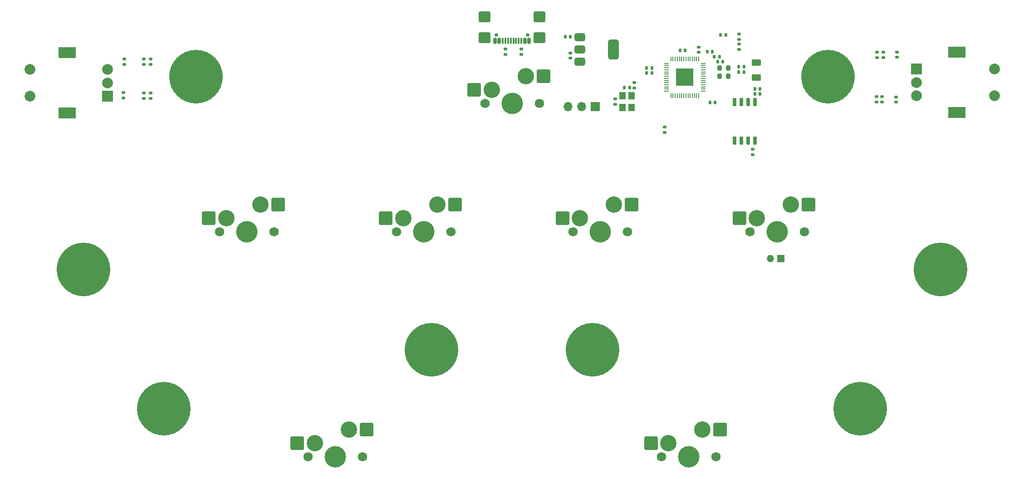
<source format=gbr>
%TF.GenerationSoftware,KiCad,Pcbnew,8.0.6*%
%TF.CreationDate,2024-11-30T20:27:04+08:00*%
%TF.ProjectId,PH-AC,50482d41-432e-46b6-9963-61645f706362,Rev2.3*%
%TF.SameCoordinates,PX405f7e0PY328b740*%
%TF.FileFunction,Soldermask,Bot*%
%TF.FilePolarity,Negative*%
%FSLAX46Y46*%
G04 Gerber Fmt 4.6, Leading zero omitted, Abs format (unit mm)*
G04 Created by KiCad (PCBNEW 8.0.6) date 2024-11-30 20:27:04*
%MOMM*%
%LPD*%
G01*
G04 APERTURE LIST*
G04 Aperture macros list*
%AMRoundRect*
0 Rectangle with rounded corners*
0 $1 Rounding radius*
0 $2 $3 $4 $5 $6 $7 $8 $9 X,Y pos of 4 corners*
0 Add a 4 corners polygon primitive as box body*
4,1,4,$2,$3,$4,$5,$6,$7,$8,$9,$2,$3,0*
0 Add four circle primitives for the rounded corners*
1,1,$1+$1,$2,$3*
1,1,$1+$1,$4,$5*
1,1,$1+$1,$6,$7*
1,1,$1+$1,$8,$9*
0 Add four rect primitives between the rounded corners*
20,1,$1+$1,$2,$3,$4,$5,0*
20,1,$1+$1,$4,$5,$6,$7,0*
20,1,$1+$1,$6,$7,$8,$9,0*
20,1,$1+$1,$8,$9,$2,$3,0*%
G04 Aperture macros list end*
%ADD10C,1.750000*%
%ADD11C,3.050000*%
%ADD12C,4.000000*%
%ADD13RoundRect,0.250000X-1.025000X-1.000000X1.025000X-1.000000X1.025000X1.000000X-1.025000X1.000000X0*%
%ADD14C,10.000000*%
%ADD15R,2.000000X2.000000*%
%ADD16C,2.000000*%
%ADD17R,3.200000X2.000000*%
%ADD18RoundRect,0.140000X-0.140000X-0.170000X0.140000X-0.170000X0.140000X0.170000X-0.140000X0.170000X0*%
%ADD19RoundRect,0.375000X-0.625000X-0.375000X0.625000X-0.375000X0.625000X0.375000X-0.625000X0.375000X0*%
%ADD20RoundRect,0.500000X-0.500000X-1.400000X0.500000X-1.400000X0.500000X1.400000X-0.500000X1.400000X0*%
%ADD21RoundRect,0.140000X-0.170000X0.140000X-0.170000X-0.140000X0.170000X-0.140000X0.170000X0.140000X0*%
%ADD22RoundRect,0.135000X-0.185000X0.135000X-0.185000X-0.135000X0.185000X-0.135000X0.185000X0.135000X0*%
%ADD23RoundRect,0.140000X0.170000X-0.140000X0.170000X0.140000X-0.170000X0.140000X-0.170000X-0.140000X0*%
%ADD24RoundRect,0.140000X0.140000X0.170000X-0.140000X0.170000X-0.140000X-0.170000X0.140000X-0.170000X0*%
%ADD25C,0.650000*%
%ADD26RoundRect,0.150000X-0.150000X-0.425000X0.150000X-0.425000X0.150000X0.425000X-0.150000X0.425000X0*%
%ADD27RoundRect,0.075000X-0.075000X-0.500000X0.075000X-0.500000X0.075000X0.500000X-0.075000X0.500000X0*%
%ADD28RoundRect,0.250000X-0.840000X-0.750000X0.840000X-0.750000X0.840000X0.750000X-0.840000X0.750000X0*%
%ADD29RoundRect,0.135000X-0.135000X-0.185000X0.135000X-0.185000X0.135000X0.185000X-0.135000X0.185000X0*%
%ADD30R,1.200000X1.400000*%
%ADD31RoundRect,0.135000X0.185000X-0.135000X0.185000X0.135000X-0.185000X0.135000X-0.185000X-0.135000X0*%
%ADD32RoundRect,0.050000X0.050000X-0.387500X0.050000X0.387500X-0.050000X0.387500X-0.050000X-0.387500X0*%
%ADD33RoundRect,0.050000X0.387500X-0.050000X0.387500X0.050000X-0.387500X0.050000X-0.387500X-0.050000X0*%
%ADD34R,3.200000X3.200000*%
%ADD35RoundRect,0.200000X0.200000X0.275000X-0.200000X0.275000X-0.200000X-0.275000X0.200000X-0.275000X0*%
%ADD36RoundRect,0.250000X0.625000X-0.375000X0.625000X0.375000X-0.625000X0.375000X-0.625000X-0.375000X0*%
%ADD37RoundRect,0.150000X0.150000X-0.650000X0.150000X0.650000X-0.150000X0.650000X-0.150000X-0.650000X0*%
%ADD38R,1.350000X1.350000*%
%ADD39O,1.350000X1.350000*%
%ADD40R,1.700000X1.700000*%
%ADD41O,1.700000X1.700000*%
G04 APERTURE END LIST*
D10*
%TO.C,SW1*%
X31670000Y-40575000D03*
D11*
X32940000Y-38035000D03*
D12*
X36750000Y-40575000D03*
D11*
X39290000Y-35495000D03*
D10*
X41830000Y-40575000D03*
D13*
X29665000Y-38035000D03*
X42592000Y-35495000D03*
%TD*%
D14*
%TO.C,H6*%
X151250000Y-73575000D03*
%TD*%
%TO.C,H4*%
X166250000Y-47575000D03*
%TD*%
D10*
%TO.C,SW0*%
X81170000Y-16575000D03*
D11*
X82440000Y-14035000D03*
D12*
X86250000Y-16575000D03*
D11*
X88790000Y-11495000D03*
D10*
X91330000Y-16575000D03*
D13*
X79165000Y-14035000D03*
X92092000Y-11495000D03*
%TD*%
D14*
%TO.C,H1*%
X27250000Y-11575000D03*
%TD*%
%TO.C,H2*%
X145250000Y-11575000D03*
%TD*%
D10*
%TO.C,SW4*%
X130670000Y-40575000D03*
D11*
X131940000Y-38035000D03*
D12*
X135750000Y-40575000D03*
D11*
X138290000Y-35495000D03*
D10*
X140830000Y-40575000D03*
D13*
X128665000Y-38035000D03*
X141592000Y-35495000D03*
%TD*%
D10*
%TO.C,SW2*%
X64670000Y-40575000D03*
D11*
X65940000Y-38035000D03*
D12*
X69750000Y-40575000D03*
D11*
X72290000Y-35495000D03*
D10*
X74830000Y-40575000D03*
D13*
X62665000Y-38035000D03*
X75592000Y-35495000D03*
%TD*%
D10*
%TO.C,SW5*%
X48170000Y-82575000D03*
D11*
X49440000Y-80035000D03*
D12*
X53250000Y-82575000D03*
D11*
X55790000Y-77495000D03*
D10*
X58330000Y-82575000D03*
D13*
X46165000Y-80035000D03*
X59092000Y-77495000D03*
%TD*%
D14*
%TO.C,H3*%
X6250000Y-47575000D03*
%TD*%
D10*
%TO.C,SW3*%
X97670000Y-40575000D03*
D11*
X98940000Y-38035000D03*
D12*
X102750000Y-40575000D03*
D11*
X105290000Y-35495000D03*
D10*
X107830000Y-40575000D03*
D13*
X95665000Y-38035000D03*
X108592000Y-35495000D03*
%TD*%
D10*
%TO.C,SW6*%
X114170000Y-82575000D03*
D11*
X115440000Y-80035000D03*
D12*
X119250000Y-82575000D03*
D11*
X121790000Y-77495000D03*
D10*
X124330000Y-82575000D03*
D13*
X112165000Y-80035000D03*
X125092000Y-77495000D03*
%TD*%
D15*
%TO.C,VO2*%
X161750000Y-10175000D03*
D16*
X161750000Y-15175000D03*
X161750000Y-12675000D03*
D17*
X169250000Y-7075000D03*
X169250000Y-18275000D03*
D16*
X176250000Y-15175000D03*
X176250000Y-10175000D03*
%TD*%
D15*
%TO.C,VO1*%
X10750000Y-15250000D03*
D16*
X10750000Y-10250000D03*
X10750000Y-12750000D03*
D17*
X3250000Y-18350000D03*
X3250000Y-7150000D03*
D16*
X-3750000Y-10250000D03*
X-3750000Y-15250000D03*
%TD*%
D14*
%TO.C,H5*%
X21250000Y-73575000D03*
%TD*%
%TO.C,H7*%
X71250000Y-62575000D03*
%TD*%
%TO.C,H8*%
X101250000Y-62575000D03*
%TD*%
D18*
%TO.C,C11*%
X122690000Y-6955000D03*
X123650000Y-6955000D03*
%TD*%
%TO.C,C7*%
X128570000Y-10725000D03*
X129530000Y-10725000D03*
%TD*%
D19*
%TO.C,U2*%
X98900000Y-8825000D03*
X98900000Y-6525000D03*
D20*
X105200000Y-6525000D03*
D19*
X98900000Y-4225000D03*
%TD*%
D18*
%TO.C,C9*%
X124600000Y-8805000D03*
X125560000Y-8805000D03*
%TD*%
D21*
%TO.C,C16*%
X13880000Y-8340000D03*
X13880000Y-9300000D03*
%TD*%
D22*
%TO.C,R12*%
X109100000Y-12715000D03*
X109100000Y-13735000D03*
%TD*%
D23*
%TO.C,C6*%
X121100000Y-7035000D03*
X121100000Y-6075000D03*
%TD*%
D24*
%TO.C,C3*%
X112350000Y-10925000D03*
X111390000Y-10925000D03*
%TD*%
D25*
%TO.C,J1*%
X83360000Y-3855000D03*
X89140000Y-3855000D03*
D26*
X83050000Y-4930000D03*
X83850000Y-4930000D03*
D27*
X85000000Y-4930000D03*
X86000000Y-4930000D03*
X86500000Y-4930000D03*
X87500000Y-4930000D03*
D26*
X88650000Y-4930000D03*
X89450000Y-4930000D03*
X89450000Y-4930000D03*
X88650000Y-4930000D03*
D27*
X88000000Y-4930000D03*
X87000000Y-4930000D03*
X85500000Y-4930000D03*
X84500000Y-4930000D03*
D26*
X83850000Y-4930000D03*
X83050000Y-4930000D03*
D28*
X81140000Y-425000D03*
X81140000Y-4355000D03*
X91360000Y-425000D03*
X91360000Y-4355000D03*
%TD*%
D29*
%TO.C,R13*%
X125130000Y-3825000D03*
X126150000Y-3825000D03*
%TD*%
D30*
%TO.C,Y1*%
X106850000Y-17375000D03*
X106850000Y-15175000D03*
X108550000Y-15175000D03*
X108550000Y-17375000D03*
%TD*%
D18*
%TO.C,C15*%
X131570000Y-14825000D03*
X132530000Y-14825000D03*
%TD*%
D31*
%TO.C,R11*%
X155525000Y-8030000D03*
X155525000Y-7010000D03*
%TD*%
%TO.C,R8*%
X17550000Y-15675000D03*
X17550000Y-14655000D03*
%TD*%
D22*
%TO.C,R10*%
X17580000Y-8325000D03*
X17580000Y-9345000D03*
%TD*%
D21*
%TO.C,C19*%
X158125000Y-7025000D03*
X158125000Y-7985000D03*
%TD*%
D32*
%TO.C,U1*%
X121100000Y-15162500D03*
X120700000Y-15162500D03*
X120300000Y-15162500D03*
X119900000Y-15162500D03*
X119500000Y-15162500D03*
X119100000Y-15162500D03*
X118700000Y-15162500D03*
X118300000Y-15162500D03*
X117900000Y-15162500D03*
X117500000Y-15162500D03*
X117100000Y-15162500D03*
X116700000Y-15162500D03*
X116300000Y-15162500D03*
X115900000Y-15162500D03*
D33*
X115062500Y-14325000D03*
X115062500Y-13925000D03*
X115062500Y-13525000D03*
X115062500Y-13125000D03*
X115062500Y-12725000D03*
X115062500Y-12325000D03*
X115062500Y-11925000D03*
X115062500Y-11525000D03*
X115062500Y-11125000D03*
X115062500Y-10725000D03*
X115062500Y-10325000D03*
X115062500Y-9925000D03*
X115062500Y-9525000D03*
X115062500Y-9125000D03*
D32*
X115900000Y-8287500D03*
X116300000Y-8287500D03*
X116700000Y-8287500D03*
X117100000Y-8287500D03*
X117500000Y-8287500D03*
X117900000Y-8287500D03*
X118300000Y-8287500D03*
X118700000Y-8287500D03*
X119100000Y-8287500D03*
X119500000Y-8287500D03*
X119900000Y-8287500D03*
X120300000Y-8287500D03*
X120700000Y-8287500D03*
X121100000Y-8287500D03*
D33*
X121937500Y-9125000D03*
X121937500Y-9525000D03*
X121937500Y-9925000D03*
X121937500Y-10325000D03*
X121937500Y-10725000D03*
X121937500Y-11125000D03*
X121937500Y-11525000D03*
X121937500Y-11925000D03*
X121937500Y-12325000D03*
X121937500Y-12725000D03*
X121937500Y-13125000D03*
X121937500Y-13525000D03*
X121937500Y-13925000D03*
X121937500Y-14325000D03*
D34*
X118500000Y-11725000D03*
%TD*%
D18*
%TO.C,C2*%
X128570000Y-9775000D03*
X129530000Y-9775000D03*
%TD*%
D35*
%TO.C,R3*%
X126625000Y-11525000D03*
X124975000Y-11525000D03*
%TD*%
D24*
%TO.C,C12*%
X97130000Y-4175000D03*
X96170000Y-4175000D03*
%TD*%
D21*
%TO.C,C20*%
X157925000Y-15400000D03*
X157925000Y-16360000D03*
%TD*%
D22*
%TO.C,R15*%
X88000000Y-6455000D03*
X88000000Y-7475000D03*
%TD*%
D36*
%TO.C,D2*%
X131800000Y-11775000D03*
X131800000Y-8975000D03*
%TD*%
D31*
%TO.C,R2*%
X128650000Y-6535000D03*
X128650000Y-5515000D03*
%TD*%
D35*
%TO.C,R4*%
X126625000Y-10025000D03*
X124975000Y-10025000D03*
%TD*%
D37*
%TO.C,U3*%
X131605000Y-23575000D03*
X130335000Y-23575000D03*
X129065000Y-23575000D03*
X127795000Y-23575000D03*
X127795000Y-16375000D03*
X129065000Y-16375000D03*
X130335000Y-16375000D03*
X131605000Y-16375000D03*
%TD*%
D31*
%TO.C,R9*%
X131200000Y-26135000D03*
X131200000Y-25115000D03*
%TD*%
D22*
%TO.C,R0*%
X18800000Y-14665000D03*
X18800000Y-15685000D03*
%TD*%
D18*
%TO.C,C4*%
X123190000Y-16425000D03*
X124150000Y-16425000D03*
%TD*%
%TO.C,C10*%
X123990000Y-7875000D03*
X124950000Y-7875000D03*
%TD*%
D22*
%TO.C,R7*%
X154275000Y-15365000D03*
X154275000Y-16385000D03*
%TD*%
D21*
%TO.C,C13*%
X97150000Y-7195000D03*
X97150000Y-8155000D03*
%TD*%
%TO.C,C0*%
X13750000Y-14590000D03*
X13750000Y-15550000D03*
%TD*%
D22*
%TO.C,R14*%
X85000000Y-6455000D03*
X85000000Y-7475000D03*
%TD*%
%TO.C,R6*%
X154400000Y-7000000D03*
X154400000Y-8020000D03*
%TD*%
D21*
%TO.C,C5*%
X114750000Y-21040000D03*
X114750000Y-22000000D03*
%TD*%
D18*
%TO.C,C1*%
X117620000Y-6725000D03*
X118580000Y-6725000D03*
%TD*%
%TO.C,C14*%
X131570000Y-13875000D03*
X132530000Y-13875000D03*
%TD*%
D24*
%TO.C,C18*%
X108180000Y-13675000D03*
X107220000Y-13675000D03*
%TD*%
D38*
%TO.C,JP1*%
X136425000Y-45525000D03*
D39*
X134425000Y-45525000D03*
%TD*%
D23*
%TO.C,C17*%
X105500000Y-16755000D03*
X105500000Y-15795000D03*
%TD*%
D40*
%TO.C,J2*%
X101780000Y-17225000D03*
D41*
X99240000Y-17225000D03*
X96700000Y-17225000D03*
%TD*%
D22*
%TO.C,R5*%
X18830000Y-8320000D03*
X18830000Y-9340000D03*
%TD*%
D31*
%TO.C,R1*%
X128650000Y-4675000D03*
X128650000Y-3655000D03*
%TD*%
D22*
%TO.C,R16*%
X155325000Y-15365000D03*
X155325000Y-16385000D03*
%TD*%
D24*
%TO.C,C8*%
X112350000Y-9975000D03*
X111390000Y-9975000D03*
%TD*%
M02*

</source>
